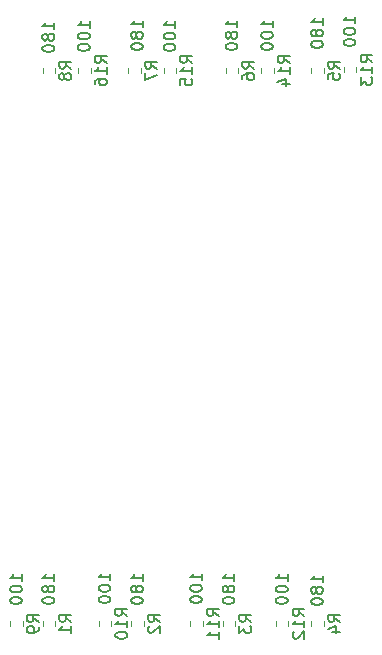
<source format=gbr>
%TF.GenerationSoftware,KiCad,Pcbnew,8.0.6*%
%TF.CreationDate,2024-11-18T08:59:04+03:30*%
%TF.ProjectId,DotMatrix,446f744d-6174-4726-9978-2e6b69636164,rev?*%
%TF.SameCoordinates,Original*%
%TF.FileFunction,Legend,Bot*%
%TF.FilePolarity,Positive*%
%FSLAX46Y46*%
G04 Gerber Fmt 4.6, Leading zero omitted, Abs format (unit mm)*
G04 Created by KiCad (PCBNEW 8.0.6) date 2024-11-18 08:59:04*
%MOMM*%
%LPD*%
G01*
G04 APERTURE LIST*
%ADD10C,0.150000*%
%ADD11C,0.120000*%
G04 APERTURE END LIST*
D10*
X154134819Y-118658333D02*
X153658628Y-118325000D01*
X154134819Y-118086905D02*
X153134819Y-118086905D01*
X153134819Y-118086905D02*
X153134819Y-118467857D01*
X153134819Y-118467857D02*
X153182438Y-118563095D01*
X153182438Y-118563095D02*
X153230057Y-118610714D01*
X153230057Y-118610714D02*
X153325295Y-118658333D01*
X153325295Y-118658333D02*
X153468152Y-118658333D01*
X153468152Y-118658333D02*
X153563390Y-118610714D01*
X153563390Y-118610714D02*
X153611009Y-118563095D01*
X153611009Y-118563095D02*
X153658628Y-118467857D01*
X153658628Y-118467857D02*
X153658628Y-118086905D01*
X153468152Y-119515476D02*
X154134819Y-119515476D01*
X153087200Y-119277381D02*
X153801485Y-119039286D01*
X153801485Y-119039286D02*
X153801485Y-119658333D01*
X152704819Y-115333333D02*
X152704819Y-114761905D01*
X152704819Y-115047619D02*
X151704819Y-115047619D01*
X151704819Y-115047619D02*
X151847676Y-114952381D01*
X151847676Y-114952381D02*
X151942914Y-114857143D01*
X151942914Y-114857143D02*
X151990533Y-114761905D01*
X152133390Y-115904762D02*
X152085771Y-115809524D01*
X152085771Y-115809524D02*
X152038152Y-115761905D01*
X152038152Y-115761905D02*
X151942914Y-115714286D01*
X151942914Y-115714286D02*
X151895295Y-115714286D01*
X151895295Y-115714286D02*
X151800057Y-115761905D01*
X151800057Y-115761905D02*
X151752438Y-115809524D01*
X151752438Y-115809524D02*
X151704819Y-115904762D01*
X151704819Y-115904762D02*
X151704819Y-116095238D01*
X151704819Y-116095238D02*
X151752438Y-116190476D01*
X151752438Y-116190476D02*
X151800057Y-116238095D01*
X151800057Y-116238095D02*
X151895295Y-116285714D01*
X151895295Y-116285714D02*
X151942914Y-116285714D01*
X151942914Y-116285714D02*
X152038152Y-116238095D01*
X152038152Y-116238095D02*
X152085771Y-116190476D01*
X152085771Y-116190476D02*
X152133390Y-116095238D01*
X152133390Y-116095238D02*
X152133390Y-115904762D01*
X152133390Y-115904762D02*
X152181009Y-115809524D01*
X152181009Y-115809524D02*
X152228628Y-115761905D01*
X152228628Y-115761905D02*
X152323866Y-115714286D01*
X152323866Y-115714286D02*
X152514342Y-115714286D01*
X152514342Y-115714286D02*
X152609580Y-115761905D01*
X152609580Y-115761905D02*
X152657200Y-115809524D01*
X152657200Y-115809524D02*
X152704819Y-115904762D01*
X152704819Y-115904762D02*
X152704819Y-116095238D01*
X152704819Y-116095238D02*
X152657200Y-116190476D01*
X152657200Y-116190476D02*
X152609580Y-116238095D01*
X152609580Y-116238095D02*
X152514342Y-116285714D01*
X152514342Y-116285714D02*
X152323866Y-116285714D01*
X152323866Y-116285714D02*
X152228628Y-116238095D01*
X152228628Y-116238095D02*
X152181009Y-116190476D01*
X152181009Y-116190476D02*
X152133390Y-116095238D01*
X151704819Y-116904762D02*
X151704819Y-117000000D01*
X151704819Y-117000000D02*
X151752438Y-117095238D01*
X151752438Y-117095238D02*
X151800057Y-117142857D01*
X151800057Y-117142857D02*
X151895295Y-117190476D01*
X151895295Y-117190476D02*
X152085771Y-117238095D01*
X152085771Y-117238095D02*
X152323866Y-117238095D01*
X152323866Y-117238095D02*
X152514342Y-117190476D01*
X152514342Y-117190476D02*
X152609580Y-117142857D01*
X152609580Y-117142857D02*
X152657200Y-117095238D01*
X152657200Y-117095238D02*
X152704819Y-117000000D01*
X152704819Y-117000000D02*
X152704819Y-116904762D01*
X152704819Y-116904762D02*
X152657200Y-116809524D01*
X152657200Y-116809524D02*
X152609580Y-116761905D01*
X152609580Y-116761905D02*
X152514342Y-116714286D01*
X152514342Y-116714286D02*
X152323866Y-116666667D01*
X152323866Y-116666667D02*
X152085771Y-116666667D01*
X152085771Y-116666667D02*
X151895295Y-116714286D01*
X151895295Y-116714286D02*
X151800057Y-116761905D01*
X151800057Y-116761905D02*
X151752438Y-116809524D01*
X151752438Y-116809524D02*
X151704819Y-116904762D01*
X149884819Y-71357142D02*
X149408628Y-71023809D01*
X149884819Y-70785714D02*
X148884819Y-70785714D01*
X148884819Y-70785714D02*
X148884819Y-71166666D01*
X148884819Y-71166666D02*
X148932438Y-71261904D01*
X148932438Y-71261904D02*
X148980057Y-71309523D01*
X148980057Y-71309523D02*
X149075295Y-71357142D01*
X149075295Y-71357142D02*
X149218152Y-71357142D01*
X149218152Y-71357142D02*
X149313390Y-71309523D01*
X149313390Y-71309523D02*
X149361009Y-71261904D01*
X149361009Y-71261904D02*
X149408628Y-71166666D01*
X149408628Y-71166666D02*
X149408628Y-70785714D01*
X149884819Y-72309523D02*
X149884819Y-71738095D01*
X149884819Y-72023809D02*
X148884819Y-72023809D01*
X148884819Y-72023809D02*
X149027676Y-71928571D01*
X149027676Y-71928571D02*
X149122914Y-71833333D01*
X149122914Y-71833333D02*
X149170533Y-71738095D01*
X149218152Y-73166666D02*
X149884819Y-73166666D01*
X148837200Y-72928571D02*
X149551485Y-72690476D01*
X149551485Y-72690476D02*
X149551485Y-73309523D01*
X148454819Y-68333333D02*
X148454819Y-67761905D01*
X148454819Y-68047619D02*
X147454819Y-68047619D01*
X147454819Y-68047619D02*
X147597676Y-67952381D01*
X147597676Y-67952381D02*
X147692914Y-67857143D01*
X147692914Y-67857143D02*
X147740533Y-67761905D01*
X147454819Y-68952381D02*
X147454819Y-69047619D01*
X147454819Y-69047619D02*
X147502438Y-69142857D01*
X147502438Y-69142857D02*
X147550057Y-69190476D01*
X147550057Y-69190476D02*
X147645295Y-69238095D01*
X147645295Y-69238095D02*
X147835771Y-69285714D01*
X147835771Y-69285714D02*
X148073866Y-69285714D01*
X148073866Y-69285714D02*
X148264342Y-69238095D01*
X148264342Y-69238095D02*
X148359580Y-69190476D01*
X148359580Y-69190476D02*
X148407200Y-69142857D01*
X148407200Y-69142857D02*
X148454819Y-69047619D01*
X148454819Y-69047619D02*
X148454819Y-68952381D01*
X148454819Y-68952381D02*
X148407200Y-68857143D01*
X148407200Y-68857143D02*
X148359580Y-68809524D01*
X148359580Y-68809524D02*
X148264342Y-68761905D01*
X148264342Y-68761905D02*
X148073866Y-68714286D01*
X148073866Y-68714286D02*
X147835771Y-68714286D01*
X147835771Y-68714286D02*
X147645295Y-68761905D01*
X147645295Y-68761905D02*
X147550057Y-68809524D01*
X147550057Y-68809524D02*
X147502438Y-68857143D01*
X147502438Y-68857143D02*
X147454819Y-68952381D01*
X147454819Y-69904762D02*
X147454819Y-70000000D01*
X147454819Y-70000000D02*
X147502438Y-70095238D01*
X147502438Y-70095238D02*
X147550057Y-70142857D01*
X147550057Y-70142857D02*
X147645295Y-70190476D01*
X147645295Y-70190476D02*
X147835771Y-70238095D01*
X147835771Y-70238095D02*
X148073866Y-70238095D01*
X148073866Y-70238095D02*
X148264342Y-70190476D01*
X148264342Y-70190476D02*
X148359580Y-70142857D01*
X148359580Y-70142857D02*
X148407200Y-70095238D01*
X148407200Y-70095238D02*
X148454819Y-70000000D01*
X148454819Y-70000000D02*
X148454819Y-69904762D01*
X148454819Y-69904762D02*
X148407200Y-69809524D01*
X148407200Y-69809524D02*
X148359580Y-69761905D01*
X148359580Y-69761905D02*
X148264342Y-69714286D01*
X148264342Y-69714286D02*
X148073866Y-69666667D01*
X148073866Y-69666667D02*
X147835771Y-69666667D01*
X147835771Y-69666667D02*
X147645295Y-69714286D01*
X147645295Y-69714286D02*
X147550057Y-69761905D01*
X147550057Y-69761905D02*
X147502438Y-69809524D01*
X147502438Y-69809524D02*
X147454819Y-69904762D01*
X131384819Y-71833333D02*
X130908628Y-71500000D01*
X131384819Y-71261905D02*
X130384819Y-71261905D01*
X130384819Y-71261905D02*
X130384819Y-71642857D01*
X130384819Y-71642857D02*
X130432438Y-71738095D01*
X130432438Y-71738095D02*
X130480057Y-71785714D01*
X130480057Y-71785714D02*
X130575295Y-71833333D01*
X130575295Y-71833333D02*
X130718152Y-71833333D01*
X130718152Y-71833333D02*
X130813390Y-71785714D01*
X130813390Y-71785714D02*
X130861009Y-71738095D01*
X130861009Y-71738095D02*
X130908628Y-71642857D01*
X130908628Y-71642857D02*
X130908628Y-71261905D01*
X130813390Y-72404762D02*
X130765771Y-72309524D01*
X130765771Y-72309524D02*
X130718152Y-72261905D01*
X130718152Y-72261905D02*
X130622914Y-72214286D01*
X130622914Y-72214286D02*
X130575295Y-72214286D01*
X130575295Y-72214286D02*
X130480057Y-72261905D01*
X130480057Y-72261905D02*
X130432438Y-72309524D01*
X130432438Y-72309524D02*
X130384819Y-72404762D01*
X130384819Y-72404762D02*
X130384819Y-72595238D01*
X130384819Y-72595238D02*
X130432438Y-72690476D01*
X130432438Y-72690476D02*
X130480057Y-72738095D01*
X130480057Y-72738095D02*
X130575295Y-72785714D01*
X130575295Y-72785714D02*
X130622914Y-72785714D01*
X130622914Y-72785714D02*
X130718152Y-72738095D01*
X130718152Y-72738095D02*
X130765771Y-72690476D01*
X130765771Y-72690476D02*
X130813390Y-72595238D01*
X130813390Y-72595238D02*
X130813390Y-72404762D01*
X130813390Y-72404762D02*
X130861009Y-72309524D01*
X130861009Y-72309524D02*
X130908628Y-72261905D01*
X130908628Y-72261905D02*
X131003866Y-72214286D01*
X131003866Y-72214286D02*
X131194342Y-72214286D01*
X131194342Y-72214286D02*
X131289580Y-72261905D01*
X131289580Y-72261905D02*
X131337200Y-72309524D01*
X131337200Y-72309524D02*
X131384819Y-72404762D01*
X131384819Y-72404762D02*
X131384819Y-72595238D01*
X131384819Y-72595238D02*
X131337200Y-72690476D01*
X131337200Y-72690476D02*
X131289580Y-72738095D01*
X131289580Y-72738095D02*
X131194342Y-72785714D01*
X131194342Y-72785714D02*
X131003866Y-72785714D01*
X131003866Y-72785714D02*
X130908628Y-72738095D01*
X130908628Y-72738095D02*
X130861009Y-72690476D01*
X130861009Y-72690476D02*
X130813390Y-72595238D01*
X129954819Y-68508333D02*
X129954819Y-67936905D01*
X129954819Y-68222619D02*
X128954819Y-68222619D01*
X128954819Y-68222619D02*
X129097676Y-68127381D01*
X129097676Y-68127381D02*
X129192914Y-68032143D01*
X129192914Y-68032143D02*
X129240533Y-67936905D01*
X129383390Y-69079762D02*
X129335771Y-68984524D01*
X129335771Y-68984524D02*
X129288152Y-68936905D01*
X129288152Y-68936905D02*
X129192914Y-68889286D01*
X129192914Y-68889286D02*
X129145295Y-68889286D01*
X129145295Y-68889286D02*
X129050057Y-68936905D01*
X129050057Y-68936905D02*
X129002438Y-68984524D01*
X129002438Y-68984524D02*
X128954819Y-69079762D01*
X128954819Y-69079762D02*
X128954819Y-69270238D01*
X128954819Y-69270238D02*
X129002438Y-69365476D01*
X129002438Y-69365476D02*
X129050057Y-69413095D01*
X129050057Y-69413095D02*
X129145295Y-69460714D01*
X129145295Y-69460714D02*
X129192914Y-69460714D01*
X129192914Y-69460714D02*
X129288152Y-69413095D01*
X129288152Y-69413095D02*
X129335771Y-69365476D01*
X129335771Y-69365476D02*
X129383390Y-69270238D01*
X129383390Y-69270238D02*
X129383390Y-69079762D01*
X129383390Y-69079762D02*
X129431009Y-68984524D01*
X129431009Y-68984524D02*
X129478628Y-68936905D01*
X129478628Y-68936905D02*
X129573866Y-68889286D01*
X129573866Y-68889286D02*
X129764342Y-68889286D01*
X129764342Y-68889286D02*
X129859580Y-68936905D01*
X129859580Y-68936905D02*
X129907200Y-68984524D01*
X129907200Y-68984524D02*
X129954819Y-69079762D01*
X129954819Y-69079762D02*
X129954819Y-69270238D01*
X129954819Y-69270238D02*
X129907200Y-69365476D01*
X129907200Y-69365476D02*
X129859580Y-69413095D01*
X129859580Y-69413095D02*
X129764342Y-69460714D01*
X129764342Y-69460714D02*
X129573866Y-69460714D01*
X129573866Y-69460714D02*
X129478628Y-69413095D01*
X129478628Y-69413095D02*
X129431009Y-69365476D01*
X129431009Y-69365476D02*
X129383390Y-69270238D01*
X128954819Y-70079762D02*
X128954819Y-70175000D01*
X128954819Y-70175000D02*
X129002438Y-70270238D01*
X129002438Y-70270238D02*
X129050057Y-70317857D01*
X129050057Y-70317857D02*
X129145295Y-70365476D01*
X129145295Y-70365476D02*
X129335771Y-70413095D01*
X129335771Y-70413095D02*
X129573866Y-70413095D01*
X129573866Y-70413095D02*
X129764342Y-70365476D01*
X129764342Y-70365476D02*
X129859580Y-70317857D01*
X129859580Y-70317857D02*
X129907200Y-70270238D01*
X129907200Y-70270238D02*
X129954819Y-70175000D01*
X129954819Y-70175000D02*
X129954819Y-70079762D01*
X129954819Y-70079762D02*
X129907200Y-69984524D01*
X129907200Y-69984524D02*
X129859580Y-69936905D01*
X129859580Y-69936905D02*
X129764342Y-69889286D01*
X129764342Y-69889286D02*
X129573866Y-69841667D01*
X129573866Y-69841667D02*
X129335771Y-69841667D01*
X129335771Y-69841667D02*
X129145295Y-69889286D01*
X129145295Y-69889286D02*
X129050057Y-69936905D01*
X129050057Y-69936905D02*
X129002438Y-69984524D01*
X129002438Y-69984524D02*
X128954819Y-70079762D01*
X138884819Y-118658333D02*
X138408628Y-118325000D01*
X138884819Y-118086905D02*
X137884819Y-118086905D01*
X137884819Y-118086905D02*
X137884819Y-118467857D01*
X137884819Y-118467857D02*
X137932438Y-118563095D01*
X137932438Y-118563095D02*
X137980057Y-118610714D01*
X137980057Y-118610714D02*
X138075295Y-118658333D01*
X138075295Y-118658333D02*
X138218152Y-118658333D01*
X138218152Y-118658333D02*
X138313390Y-118610714D01*
X138313390Y-118610714D02*
X138361009Y-118563095D01*
X138361009Y-118563095D02*
X138408628Y-118467857D01*
X138408628Y-118467857D02*
X138408628Y-118086905D01*
X137980057Y-119039286D02*
X137932438Y-119086905D01*
X137932438Y-119086905D02*
X137884819Y-119182143D01*
X137884819Y-119182143D02*
X137884819Y-119420238D01*
X137884819Y-119420238D02*
X137932438Y-119515476D01*
X137932438Y-119515476D02*
X137980057Y-119563095D01*
X137980057Y-119563095D02*
X138075295Y-119610714D01*
X138075295Y-119610714D02*
X138170533Y-119610714D01*
X138170533Y-119610714D02*
X138313390Y-119563095D01*
X138313390Y-119563095D02*
X138884819Y-118991667D01*
X138884819Y-118991667D02*
X138884819Y-119610714D01*
X137454819Y-115233333D02*
X137454819Y-114661905D01*
X137454819Y-114947619D02*
X136454819Y-114947619D01*
X136454819Y-114947619D02*
X136597676Y-114852381D01*
X136597676Y-114852381D02*
X136692914Y-114757143D01*
X136692914Y-114757143D02*
X136740533Y-114661905D01*
X136883390Y-115804762D02*
X136835771Y-115709524D01*
X136835771Y-115709524D02*
X136788152Y-115661905D01*
X136788152Y-115661905D02*
X136692914Y-115614286D01*
X136692914Y-115614286D02*
X136645295Y-115614286D01*
X136645295Y-115614286D02*
X136550057Y-115661905D01*
X136550057Y-115661905D02*
X136502438Y-115709524D01*
X136502438Y-115709524D02*
X136454819Y-115804762D01*
X136454819Y-115804762D02*
X136454819Y-115995238D01*
X136454819Y-115995238D02*
X136502438Y-116090476D01*
X136502438Y-116090476D02*
X136550057Y-116138095D01*
X136550057Y-116138095D02*
X136645295Y-116185714D01*
X136645295Y-116185714D02*
X136692914Y-116185714D01*
X136692914Y-116185714D02*
X136788152Y-116138095D01*
X136788152Y-116138095D02*
X136835771Y-116090476D01*
X136835771Y-116090476D02*
X136883390Y-115995238D01*
X136883390Y-115995238D02*
X136883390Y-115804762D01*
X136883390Y-115804762D02*
X136931009Y-115709524D01*
X136931009Y-115709524D02*
X136978628Y-115661905D01*
X136978628Y-115661905D02*
X137073866Y-115614286D01*
X137073866Y-115614286D02*
X137264342Y-115614286D01*
X137264342Y-115614286D02*
X137359580Y-115661905D01*
X137359580Y-115661905D02*
X137407200Y-115709524D01*
X137407200Y-115709524D02*
X137454819Y-115804762D01*
X137454819Y-115804762D02*
X137454819Y-115995238D01*
X137454819Y-115995238D02*
X137407200Y-116090476D01*
X137407200Y-116090476D02*
X137359580Y-116138095D01*
X137359580Y-116138095D02*
X137264342Y-116185714D01*
X137264342Y-116185714D02*
X137073866Y-116185714D01*
X137073866Y-116185714D02*
X136978628Y-116138095D01*
X136978628Y-116138095D02*
X136931009Y-116090476D01*
X136931009Y-116090476D02*
X136883390Y-115995238D01*
X136454819Y-116804762D02*
X136454819Y-116900000D01*
X136454819Y-116900000D02*
X136502438Y-116995238D01*
X136502438Y-116995238D02*
X136550057Y-117042857D01*
X136550057Y-117042857D02*
X136645295Y-117090476D01*
X136645295Y-117090476D02*
X136835771Y-117138095D01*
X136835771Y-117138095D02*
X137073866Y-117138095D01*
X137073866Y-117138095D02*
X137264342Y-117090476D01*
X137264342Y-117090476D02*
X137359580Y-117042857D01*
X137359580Y-117042857D02*
X137407200Y-116995238D01*
X137407200Y-116995238D02*
X137454819Y-116900000D01*
X137454819Y-116900000D02*
X137454819Y-116804762D01*
X137454819Y-116804762D02*
X137407200Y-116709524D01*
X137407200Y-116709524D02*
X137359580Y-116661905D01*
X137359580Y-116661905D02*
X137264342Y-116614286D01*
X137264342Y-116614286D02*
X137073866Y-116566667D01*
X137073866Y-116566667D02*
X136835771Y-116566667D01*
X136835771Y-116566667D02*
X136645295Y-116614286D01*
X136645295Y-116614286D02*
X136550057Y-116661905D01*
X136550057Y-116661905D02*
X136502438Y-116709524D01*
X136502438Y-116709524D02*
X136454819Y-116804762D01*
X131384819Y-118658333D02*
X130908628Y-118325000D01*
X131384819Y-118086905D02*
X130384819Y-118086905D01*
X130384819Y-118086905D02*
X130384819Y-118467857D01*
X130384819Y-118467857D02*
X130432438Y-118563095D01*
X130432438Y-118563095D02*
X130480057Y-118610714D01*
X130480057Y-118610714D02*
X130575295Y-118658333D01*
X130575295Y-118658333D02*
X130718152Y-118658333D01*
X130718152Y-118658333D02*
X130813390Y-118610714D01*
X130813390Y-118610714D02*
X130861009Y-118563095D01*
X130861009Y-118563095D02*
X130908628Y-118467857D01*
X130908628Y-118467857D02*
X130908628Y-118086905D01*
X131384819Y-119610714D02*
X131384819Y-119039286D01*
X131384819Y-119325000D02*
X130384819Y-119325000D01*
X130384819Y-119325000D02*
X130527676Y-119229762D01*
X130527676Y-119229762D02*
X130622914Y-119134524D01*
X130622914Y-119134524D02*
X130670533Y-119039286D01*
X129954819Y-115233333D02*
X129954819Y-114661905D01*
X129954819Y-114947619D02*
X128954819Y-114947619D01*
X128954819Y-114947619D02*
X129097676Y-114852381D01*
X129097676Y-114852381D02*
X129192914Y-114757143D01*
X129192914Y-114757143D02*
X129240533Y-114661905D01*
X129383390Y-115804762D02*
X129335771Y-115709524D01*
X129335771Y-115709524D02*
X129288152Y-115661905D01*
X129288152Y-115661905D02*
X129192914Y-115614286D01*
X129192914Y-115614286D02*
X129145295Y-115614286D01*
X129145295Y-115614286D02*
X129050057Y-115661905D01*
X129050057Y-115661905D02*
X129002438Y-115709524D01*
X129002438Y-115709524D02*
X128954819Y-115804762D01*
X128954819Y-115804762D02*
X128954819Y-115995238D01*
X128954819Y-115995238D02*
X129002438Y-116090476D01*
X129002438Y-116090476D02*
X129050057Y-116138095D01*
X129050057Y-116138095D02*
X129145295Y-116185714D01*
X129145295Y-116185714D02*
X129192914Y-116185714D01*
X129192914Y-116185714D02*
X129288152Y-116138095D01*
X129288152Y-116138095D02*
X129335771Y-116090476D01*
X129335771Y-116090476D02*
X129383390Y-115995238D01*
X129383390Y-115995238D02*
X129383390Y-115804762D01*
X129383390Y-115804762D02*
X129431009Y-115709524D01*
X129431009Y-115709524D02*
X129478628Y-115661905D01*
X129478628Y-115661905D02*
X129573866Y-115614286D01*
X129573866Y-115614286D02*
X129764342Y-115614286D01*
X129764342Y-115614286D02*
X129859580Y-115661905D01*
X129859580Y-115661905D02*
X129907200Y-115709524D01*
X129907200Y-115709524D02*
X129954819Y-115804762D01*
X129954819Y-115804762D02*
X129954819Y-115995238D01*
X129954819Y-115995238D02*
X129907200Y-116090476D01*
X129907200Y-116090476D02*
X129859580Y-116138095D01*
X129859580Y-116138095D02*
X129764342Y-116185714D01*
X129764342Y-116185714D02*
X129573866Y-116185714D01*
X129573866Y-116185714D02*
X129478628Y-116138095D01*
X129478628Y-116138095D02*
X129431009Y-116090476D01*
X129431009Y-116090476D02*
X129383390Y-115995238D01*
X128954819Y-116804762D02*
X128954819Y-116900000D01*
X128954819Y-116900000D02*
X129002438Y-116995238D01*
X129002438Y-116995238D02*
X129050057Y-117042857D01*
X129050057Y-117042857D02*
X129145295Y-117090476D01*
X129145295Y-117090476D02*
X129335771Y-117138095D01*
X129335771Y-117138095D02*
X129573866Y-117138095D01*
X129573866Y-117138095D02*
X129764342Y-117090476D01*
X129764342Y-117090476D02*
X129859580Y-117042857D01*
X129859580Y-117042857D02*
X129907200Y-116995238D01*
X129907200Y-116995238D02*
X129954819Y-116900000D01*
X129954819Y-116900000D02*
X129954819Y-116804762D01*
X129954819Y-116804762D02*
X129907200Y-116709524D01*
X129907200Y-116709524D02*
X129859580Y-116661905D01*
X129859580Y-116661905D02*
X129764342Y-116614286D01*
X129764342Y-116614286D02*
X129573866Y-116566667D01*
X129573866Y-116566667D02*
X129335771Y-116566667D01*
X129335771Y-116566667D02*
X129145295Y-116614286D01*
X129145295Y-116614286D02*
X129050057Y-116661905D01*
X129050057Y-116661905D02*
X129002438Y-116709524D01*
X129002438Y-116709524D02*
X128954819Y-116804762D01*
X138634819Y-71833333D02*
X138158628Y-71500000D01*
X138634819Y-71261905D02*
X137634819Y-71261905D01*
X137634819Y-71261905D02*
X137634819Y-71642857D01*
X137634819Y-71642857D02*
X137682438Y-71738095D01*
X137682438Y-71738095D02*
X137730057Y-71785714D01*
X137730057Y-71785714D02*
X137825295Y-71833333D01*
X137825295Y-71833333D02*
X137968152Y-71833333D01*
X137968152Y-71833333D02*
X138063390Y-71785714D01*
X138063390Y-71785714D02*
X138111009Y-71738095D01*
X138111009Y-71738095D02*
X138158628Y-71642857D01*
X138158628Y-71642857D02*
X138158628Y-71261905D01*
X137634819Y-72166667D02*
X137634819Y-72833333D01*
X137634819Y-72833333D02*
X138634819Y-72404762D01*
X137454819Y-68333333D02*
X137454819Y-67761905D01*
X137454819Y-68047619D02*
X136454819Y-68047619D01*
X136454819Y-68047619D02*
X136597676Y-67952381D01*
X136597676Y-67952381D02*
X136692914Y-67857143D01*
X136692914Y-67857143D02*
X136740533Y-67761905D01*
X136883390Y-68904762D02*
X136835771Y-68809524D01*
X136835771Y-68809524D02*
X136788152Y-68761905D01*
X136788152Y-68761905D02*
X136692914Y-68714286D01*
X136692914Y-68714286D02*
X136645295Y-68714286D01*
X136645295Y-68714286D02*
X136550057Y-68761905D01*
X136550057Y-68761905D02*
X136502438Y-68809524D01*
X136502438Y-68809524D02*
X136454819Y-68904762D01*
X136454819Y-68904762D02*
X136454819Y-69095238D01*
X136454819Y-69095238D02*
X136502438Y-69190476D01*
X136502438Y-69190476D02*
X136550057Y-69238095D01*
X136550057Y-69238095D02*
X136645295Y-69285714D01*
X136645295Y-69285714D02*
X136692914Y-69285714D01*
X136692914Y-69285714D02*
X136788152Y-69238095D01*
X136788152Y-69238095D02*
X136835771Y-69190476D01*
X136835771Y-69190476D02*
X136883390Y-69095238D01*
X136883390Y-69095238D02*
X136883390Y-68904762D01*
X136883390Y-68904762D02*
X136931009Y-68809524D01*
X136931009Y-68809524D02*
X136978628Y-68761905D01*
X136978628Y-68761905D02*
X137073866Y-68714286D01*
X137073866Y-68714286D02*
X137264342Y-68714286D01*
X137264342Y-68714286D02*
X137359580Y-68761905D01*
X137359580Y-68761905D02*
X137407200Y-68809524D01*
X137407200Y-68809524D02*
X137454819Y-68904762D01*
X137454819Y-68904762D02*
X137454819Y-69095238D01*
X137454819Y-69095238D02*
X137407200Y-69190476D01*
X137407200Y-69190476D02*
X137359580Y-69238095D01*
X137359580Y-69238095D02*
X137264342Y-69285714D01*
X137264342Y-69285714D02*
X137073866Y-69285714D01*
X137073866Y-69285714D02*
X136978628Y-69238095D01*
X136978628Y-69238095D02*
X136931009Y-69190476D01*
X136931009Y-69190476D02*
X136883390Y-69095238D01*
X136454819Y-69904762D02*
X136454819Y-70000000D01*
X136454819Y-70000000D02*
X136502438Y-70095238D01*
X136502438Y-70095238D02*
X136550057Y-70142857D01*
X136550057Y-70142857D02*
X136645295Y-70190476D01*
X136645295Y-70190476D02*
X136835771Y-70238095D01*
X136835771Y-70238095D02*
X137073866Y-70238095D01*
X137073866Y-70238095D02*
X137264342Y-70190476D01*
X137264342Y-70190476D02*
X137359580Y-70142857D01*
X137359580Y-70142857D02*
X137407200Y-70095238D01*
X137407200Y-70095238D02*
X137454819Y-70000000D01*
X137454819Y-70000000D02*
X137454819Y-69904762D01*
X137454819Y-69904762D02*
X137407200Y-69809524D01*
X137407200Y-69809524D02*
X137359580Y-69761905D01*
X137359580Y-69761905D02*
X137264342Y-69714286D01*
X137264342Y-69714286D02*
X137073866Y-69666667D01*
X137073866Y-69666667D02*
X136835771Y-69666667D01*
X136835771Y-69666667D02*
X136645295Y-69714286D01*
X136645295Y-69714286D02*
X136550057Y-69761905D01*
X136550057Y-69761905D02*
X136502438Y-69809524D01*
X136502438Y-69809524D02*
X136454819Y-69904762D01*
X146634819Y-118658333D02*
X146158628Y-118325000D01*
X146634819Y-118086905D02*
X145634819Y-118086905D01*
X145634819Y-118086905D02*
X145634819Y-118467857D01*
X145634819Y-118467857D02*
X145682438Y-118563095D01*
X145682438Y-118563095D02*
X145730057Y-118610714D01*
X145730057Y-118610714D02*
X145825295Y-118658333D01*
X145825295Y-118658333D02*
X145968152Y-118658333D01*
X145968152Y-118658333D02*
X146063390Y-118610714D01*
X146063390Y-118610714D02*
X146111009Y-118563095D01*
X146111009Y-118563095D02*
X146158628Y-118467857D01*
X146158628Y-118467857D02*
X146158628Y-118086905D01*
X145634819Y-118991667D02*
X145634819Y-119610714D01*
X145634819Y-119610714D02*
X146015771Y-119277381D01*
X146015771Y-119277381D02*
X146015771Y-119420238D01*
X146015771Y-119420238D02*
X146063390Y-119515476D01*
X146063390Y-119515476D02*
X146111009Y-119563095D01*
X146111009Y-119563095D02*
X146206247Y-119610714D01*
X146206247Y-119610714D02*
X146444342Y-119610714D01*
X146444342Y-119610714D02*
X146539580Y-119563095D01*
X146539580Y-119563095D02*
X146587200Y-119515476D01*
X146587200Y-119515476D02*
X146634819Y-119420238D01*
X146634819Y-119420238D02*
X146634819Y-119134524D01*
X146634819Y-119134524D02*
X146587200Y-119039286D01*
X146587200Y-119039286D02*
X146539580Y-118991667D01*
X145204819Y-115233333D02*
X145204819Y-114661905D01*
X145204819Y-114947619D02*
X144204819Y-114947619D01*
X144204819Y-114947619D02*
X144347676Y-114852381D01*
X144347676Y-114852381D02*
X144442914Y-114757143D01*
X144442914Y-114757143D02*
X144490533Y-114661905D01*
X144633390Y-115804762D02*
X144585771Y-115709524D01*
X144585771Y-115709524D02*
X144538152Y-115661905D01*
X144538152Y-115661905D02*
X144442914Y-115614286D01*
X144442914Y-115614286D02*
X144395295Y-115614286D01*
X144395295Y-115614286D02*
X144300057Y-115661905D01*
X144300057Y-115661905D02*
X144252438Y-115709524D01*
X144252438Y-115709524D02*
X144204819Y-115804762D01*
X144204819Y-115804762D02*
X144204819Y-115995238D01*
X144204819Y-115995238D02*
X144252438Y-116090476D01*
X144252438Y-116090476D02*
X144300057Y-116138095D01*
X144300057Y-116138095D02*
X144395295Y-116185714D01*
X144395295Y-116185714D02*
X144442914Y-116185714D01*
X144442914Y-116185714D02*
X144538152Y-116138095D01*
X144538152Y-116138095D02*
X144585771Y-116090476D01*
X144585771Y-116090476D02*
X144633390Y-115995238D01*
X144633390Y-115995238D02*
X144633390Y-115804762D01*
X144633390Y-115804762D02*
X144681009Y-115709524D01*
X144681009Y-115709524D02*
X144728628Y-115661905D01*
X144728628Y-115661905D02*
X144823866Y-115614286D01*
X144823866Y-115614286D02*
X145014342Y-115614286D01*
X145014342Y-115614286D02*
X145109580Y-115661905D01*
X145109580Y-115661905D02*
X145157200Y-115709524D01*
X145157200Y-115709524D02*
X145204819Y-115804762D01*
X145204819Y-115804762D02*
X145204819Y-115995238D01*
X145204819Y-115995238D02*
X145157200Y-116090476D01*
X145157200Y-116090476D02*
X145109580Y-116138095D01*
X145109580Y-116138095D02*
X145014342Y-116185714D01*
X145014342Y-116185714D02*
X144823866Y-116185714D01*
X144823866Y-116185714D02*
X144728628Y-116138095D01*
X144728628Y-116138095D02*
X144681009Y-116090476D01*
X144681009Y-116090476D02*
X144633390Y-115995238D01*
X144204819Y-116804762D02*
X144204819Y-116900000D01*
X144204819Y-116900000D02*
X144252438Y-116995238D01*
X144252438Y-116995238D02*
X144300057Y-117042857D01*
X144300057Y-117042857D02*
X144395295Y-117090476D01*
X144395295Y-117090476D02*
X144585771Y-117138095D01*
X144585771Y-117138095D02*
X144823866Y-117138095D01*
X144823866Y-117138095D02*
X145014342Y-117090476D01*
X145014342Y-117090476D02*
X145109580Y-117042857D01*
X145109580Y-117042857D02*
X145157200Y-116995238D01*
X145157200Y-116995238D02*
X145204819Y-116900000D01*
X145204819Y-116900000D02*
X145204819Y-116804762D01*
X145204819Y-116804762D02*
X145157200Y-116709524D01*
X145157200Y-116709524D02*
X145109580Y-116661905D01*
X145109580Y-116661905D02*
X145014342Y-116614286D01*
X145014342Y-116614286D02*
X144823866Y-116566667D01*
X144823866Y-116566667D02*
X144585771Y-116566667D01*
X144585771Y-116566667D02*
X144395295Y-116614286D01*
X144395295Y-116614286D02*
X144300057Y-116661905D01*
X144300057Y-116661905D02*
X144252438Y-116709524D01*
X144252438Y-116709524D02*
X144204819Y-116804762D01*
X146884819Y-71833333D02*
X146408628Y-71500000D01*
X146884819Y-71261905D02*
X145884819Y-71261905D01*
X145884819Y-71261905D02*
X145884819Y-71642857D01*
X145884819Y-71642857D02*
X145932438Y-71738095D01*
X145932438Y-71738095D02*
X145980057Y-71785714D01*
X145980057Y-71785714D02*
X146075295Y-71833333D01*
X146075295Y-71833333D02*
X146218152Y-71833333D01*
X146218152Y-71833333D02*
X146313390Y-71785714D01*
X146313390Y-71785714D02*
X146361009Y-71738095D01*
X146361009Y-71738095D02*
X146408628Y-71642857D01*
X146408628Y-71642857D02*
X146408628Y-71261905D01*
X145884819Y-72690476D02*
X145884819Y-72500000D01*
X145884819Y-72500000D02*
X145932438Y-72404762D01*
X145932438Y-72404762D02*
X145980057Y-72357143D01*
X145980057Y-72357143D02*
X146122914Y-72261905D01*
X146122914Y-72261905D02*
X146313390Y-72214286D01*
X146313390Y-72214286D02*
X146694342Y-72214286D01*
X146694342Y-72214286D02*
X146789580Y-72261905D01*
X146789580Y-72261905D02*
X146837200Y-72309524D01*
X146837200Y-72309524D02*
X146884819Y-72404762D01*
X146884819Y-72404762D02*
X146884819Y-72595238D01*
X146884819Y-72595238D02*
X146837200Y-72690476D01*
X146837200Y-72690476D02*
X146789580Y-72738095D01*
X146789580Y-72738095D02*
X146694342Y-72785714D01*
X146694342Y-72785714D02*
X146456247Y-72785714D01*
X146456247Y-72785714D02*
X146361009Y-72738095D01*
X146361009Y-72738095D02*
X146313390Y-72690476D01*
X146313390Y-72690476D02*
X146265771Y-72595238D01*
X146265771Y-72595238D02*
X146265771Y-72404762D01*
X146265771Y-72404762D02*
X146313390Y-72309524D01*
X146313390Y-72309524D02*
X146361009Y-72261905D01*
X146361009Y-72261905D02*
X146456247Y-72214286D01*
X145454819Y-68333333D02*
X145454819Y-67761905D01*
X145454819Y-68047619D02*
X144454819Y-68047619D01*
X144454819Y-68047619D02*
X144597676Y-67952381D01*
X144597676Y-67952381D02*
X144692914Y-67857143D01*
X144692914Y-67857143D02*
X144740533Y-67761905D01*
X144883390Y-68904762D02*
X144835771Y-68809524D01*
X144835771Y-68809524D02*
X144788152Y-68761905D01*
X144788152Y-68761905D02*
X144692914Y-68714286D01*
X144692914Y-68714286D02*
X144645295Y-68714286D01*
X144645295Y-68714286D02*
X144550057Y-68761905D01*
X144550057Y-68761905D02*
X144502438Y-68809524D01*
X144502438Y-68809524D02*
X144454819Y-68904762D01*
X144454819Y-68904762D02*
X144454819Y-69095238D01*
X144454819Y-69095238D02*
X144502438Y-69190476D01*
X144502438Y-69190476D02*
X144550057Y-69238095D01*
X144550057Y-69238095D02*
X144645295Y-69285714D01*
X144645295Y-69285714D02*
X144692914Y-69285714D01*
X144692914Y-69285714D02*
X144788152Y-69238095D01*
X144788152Y-69238095D02*
X144835771Y-69190476D01*
X144835771Y-69190476D02*
X144883390Y-69095238D01*
X144883390Y-69095238D02*
X144883390Y-68904762D01*
X144883390Y-68904762D02*
X144931009Y-68809524D01*
X144931009Y-68809524D02*
X144978628Y-68761905D01*
X144978628Y-68761905D02*
X145073866Y-68714286D01*
X145073866Y-68714286D02*
X145264342Y-68714286D01*
X145264342Y-68714286D02*
X145359580Y-68761905D01*
X145359580Y-68761905D02*
X145407200Y-68809524D01*
X145407200Y-68809524D02*
X145454819Y-68904762D01*
X145454819Y-68904762D02*
X145454819Y-69095238D01*
X145454819Y-69095238D02*
X145407200Y-69190476D01*
X145407200Y-69190476D02*
X145359580Y-69238095D01*
X145359580Y-69238095D02*
X145264342Y-69285714D01*
X145264342Y-69285714D02*
X145073866Y-69285714D01*
X145073866Y-69285714D02*
X144978628Y-69238095D01*
X144978628Y-69238095D02*
X144931009Y-69190476D01*
X144931009Y-69190476D02*
X144883390Y-69095238D01*
X144454819Y-69904762D02*
X144454819Y-70000000D01*
X144454819Y-70000000D02*
X144502438Y-70095238D01*
X144502438Y-70095238D02*
X144550057Y-70142857D01*
X144550057Y-70142857D02*
X144645295Y-70190476D01*
X144645295Y-70190476D02*
X144835771Y-70238095D01*
X144835771Y-70238095D02*
X145073866Y-70238095D01*
X145073866Y-70238095D02*
X145264342Y-70190476D01*
X145264342Y-70190476D02*
X145359580Y-70142857D01*
X145359580Y-70142857D02*
X145407200Y-70095238D01*
X145407200Y-70095238D02*
X145454819Y-70000000D01*
X145454819Y-70000000D02*
X145454819Y-69904762D01*
X145454819Y-69904762D02*
X145407200Y-69809524D01*
X145407200Y-69809524D02*
X145359580Y-69761905D01*
X145359580Y-69761905D02*
X145264342Y-69714286D01*
X145264342Y-69714286D02*
X145073866Y-69666667D01*
X145073866Y-69666667D02*
X144835771Y-69666667D01*
X144835771Y-69666667D02*
X144645295Y-69714286D01*
X144645295Y-69714286D02*
X144550057Y-69761905D01*
X144550057Y-69761905D02*
X144502438Y-69809524D01*
X144502438Y-69809524D02*
X144454819Y-69904762D01*
X134384819Y-71357142D02*
X133908628Y-71023809D01*
X134384819Y-70785714D02*
X133384819Y-70785714D01*
X133384819Y-70785714D02*
X133384819Y-71166666D01*
X133384819Y-71166666D02*
X133432438Y-71261904D01*
X133432438Y-71261904D02*
X133480057Y-71309523D01*
X133480057Y-71309523D02*
X133575295Y-71357142D01*
X133575295Y-71357142D02*
X133718152Y-71357142D01*
X133718152Y-71357142D02*
X133813390Y-71309523D01*
X133813390Y-71309523D02*
X133861009Y-71261904D01*
X133861009Y-71261904D02*
X133908628Y-71166666D01*
X133908628Y-71166666D02*
X133908628Y-70785714D01*
X134384819Y-72309523D02*
X134384819Y-71738095D01*
X134384819Y-72023809D02*
X133384819Y-72023809D01*
X133384819Y-72023809D02*
X133527676Y-71928571D01*
X133527676Y-71928571D02*
X133622914Y-71833333D01*
X133622914Y-71833333D02*
X133670533Y-71738095D01*
X133384819Y-73166666D02*
X133384819Y-72976190D01*
X133384819Y-72976190D02*
X133432438Y-72880952D01*
X133432438Y-72880952D02*
X133480057Y-72833333D01*
X133480057Y-72833333D02*
X133622914Y-72738095D01*
X133622914Y-72738095D02*
X133813390Y-72690476D01*
X133813390Y-72690476D02*
X134194342Y-72690476D01*
X134194342Y-72690476D02*
X134289580Y-72738095D01*
X134289580Y-72738095D02*
X134337200Y-72785714D01*
X134337200Y-72785714D02*
X134384819Y-72880952D01*
X134384819Y-72880952D02*
X134384819Y-73071428D01*
X134384819Y-73071428D02*
X134337200Y-73166666D01*
X134337200Y-73166666D02*
X134289580Y-73214285D01*
X134289580Y-73214285D02*
X134194342Y-73261904D01*
X134194342Y-73261904D02*
X133956247Y-73261904D01*
X133956247Y-73261904D02*
X133861009Y-73214285D01*
X133861009Y-73214285D02*
X133813390Y-73166666D01*
X133813390Y-73166666D02*
X133765771Y-73071428D01*
X133765771Y-73071428D02*
X133765771Y-72880952D01*
X133765771Y-72880952D02*
X133813390Y-72785714D01*
X133813390Y-72785714D02*
X133861009Y-72738095D01*
X133861009Y-72738095D02*
X133956247Y-72690476D01*
X132954819Y-68408333D02*
X132954819Y-67836905D01*
X132954819Y-68122619D02*
X131954819Y-68122619D01*
X131954819Y-68122619D02*
X132097676Y-68027381D01*
X132097676Y-68027381D02*
X132192914Y-67932143D01*
X132192914Y-67932143D02*
X132240533Y-67836905D01*
X131954819Y-69027381D02*
X131954819Y-69122619D01*
X131954819Y-69122619D02*
X132002438Y-69217857D01*
X132002438Y-69217857D02*
X132050057Y-69265476D01*
X132050057Y-69265476D02*
X132145295Y-69313095D01*
X132145295Y-69313095D02*
X132335771Y-69360714D01*
X132335771Y-69360714D02*
X132573866Y-69360714D01*
X132573866Y-69360714D02*
X132764342Y-69313095D01*
X132764342Y-69313095D02*
X132859580Y-69265476D01*
X132859580Y-69265476D02*
X132907200Y-69217857D01*
X132907200Y-69217857D02*
X132954819Y-69122619D01*
X132954819Y-69122619D02*
X132954819Y-69027381D01*
X132954819Y-69027381D02*
X132907200Y-68932143D01*
X132907200Y-68932143D02*
X132859580Y-68884524D01*
X132859580Y-68884524D02*
X132764342Y-68836905D01*
X132764342Y-68836905D02*
X132573866Y-68789286D01*
X132573866Y-68789286D02*
X132335771Y-68789286D01*
X132335771Y-68789286D02*
X132145295Y-68836905D01*
X132145295Y-68836905D02*
X132050057Y-68884524D01*
X132050057Y-68884524D02*
X132002438Y-68932143D01*
X132002438Y-68932143D02*
X131954819Y-69027381D01*
X131954819Y-69979762D02*
X131954819Y-70075000D01*
X131954819Y-70075000D02*
X132002438Y-70170238D01*
X132002438Y-70170238D02*
X132050057Y-70217857D01*
X132050057Y-70217857D02*
X132145295Y-70265476D01*
X132145295Y-70265476D02*
X132335771Y-70313095D01*
X132335771Y-70313095D02*
X132573866Y-70313095D01*
X132573866Y-70313095D02*
X132764342Y-70265476D01*
X132764342Y-70265476D02*
X132859580Y-70217857D01*
X132859580Y-70217857D02*
X132907200Y-70170238D01*
X132907200Y-70170238D02*
X132954819Y-70075000D01*
X132954819Y-70075000D02*
X132954819Y-69979762D01*
X132954819Y-69979762D02*
X132907200Y-69884524D01*
X132907200Y-69884524D02*
X132859580Y-69836905D01*
X132859580Y-69836905D02*
X132764342Y-69789286D01*
X132764342Y-69789286D02*
X132573866Y-69741667D01*
X132573866Y-69741667D02*
X132335771Y-69741667D01*
X132335771Y-69741667D02*
X132145295Y-69789286D01*
X132145295Y-69789286D02*
X132050057Y-69836905D01*
X132050057Y-69836905D02*
X132002438Y-69884524D01*
X132002438Y-69884524D02*
X131954819Y-69979762D01*
X154134819Y-71833333D02*
X153658628Y-71500000D01*
X154134819Y-71261905D02*
X153134819Y-71261905D01*
X153134819Y-71261905D02*
X153134819Y-71642857D01*
X153134819Y-71642857D02*
X153182438Y-71738095D01*
X153182438Y-71738095D02*
X153230057Y-71785714D01*
X153230057Y-71785714D02*
X153325295Y-71833333D01*
X153325295Y-71833333D02*
X153468152Y-71833333D01*
X153468152Y-71833333D02*
X153563390Y-71785714D01*
X153563390Y-71785714D02*
X153611009Y-71738095D01*
X153611009Y-71738095D02*
X153658628Y-71642857D01*
X153658628Y-71642857D02*
X153658628Y-71261905D01*
X153134819Y-72738095D02*
X153134819Y-72261905D01*
X153134819Y-72261905D02*
X153611009Y-72214286D01*
X153611009Y-72214286D02*
X153563390Y-72261905D01*
X153563390Y-72261905D02*
X153515771Y-72357143D01*
X153515771Y-72357143D02*
X153515771Y-72595238D01*
X153515771Y-72595238D02*
X153563390Y-72690476D01*
X153563390Y-72690476D02*
X153611009Y-72738095D01*
X153611009Y-72738095D02*
X153706247Y-72785714D01*
X153706247Y-72785714D02*
X153944342Y-72785714D01*
X153944342Y-72785714D02*
X154039580Y-72738095D01*
X154039580Y-72738095D02*
X154087200Y-72690476D01*
X154087200Y-72690476D02*
X154134819Y-72595238D01*
X154134819Y-72595238D02*
X154134819Y-72357143D01*
X154134819Y-72357143D02*
X154087200Y-72261905D01*
X154087200Y-72261905D02*
X154039580Y-72214286D01*
X152704819Y-68158333D02*
X152704819Y-67586905D01*
X152704819Y-67872619D02*
X151704819Y-67872619D01*
X151704819Y-67872619D02*
X151847676Y-67777381D01*
X151847676Y-67777381D02*
X151942914Y-67682143D01*
X151942914Y-67682143D02*
X151990533Y-67586905D01*
X152133390Y-68729762D02*
X152085771Y-68634524D01*
X152085771Y-68634524D02*
X152038152Y-68586905D01*
X152038152Y-68586905D02*
X151942914Y-68539286D01*
X151942914Y-68539286D02*
X151895295Y-68539286D01*
X151895295Y-68539286D02*
X151800057Y-68586905D01*
X151800057Y-68586905D02*
X151752438Y-68634524D01*
X151752438Y-68634524D02*
X151704819Y-68729762D01*
X151704819Y-68729762D02*
X151704819Y-68920238D01*
X151704819Y-68920238D02*
X151752438Y-69015476D01*
X151752438Y-69015476D02*
X151800057Y-69063095D01*
X151800057Y-69063095D02*
X151895295Y-69110714D01*
X151895295Y-69110714D02*
X151942914Y-69110714D01*
X151942914Y-69110714D02*
X152038152Y-69063095D01*
X152038152Y-69063095D02*
X152085771Y-69015476D01*
X152085771Y-69015476D02*
X152133390Y-68920238D01*
X152133390Y-68920238D02*
X152133390Y-68729762D01*
X152133390Y-68729762D02*
X152181009Y-68634524D01*
X152181009Y-68634524D02*
X152228628Y-68586905D01*
X152228628Y-68586905D02*
X152323866Y-68539286D01*
X152323866Y-68539286D02*
X152514342Y-68539286D01*
X152514342Y-68539286D02*
X152609580Y-68586905D01*
X152609580Y-68586905D02*
X152657200Y-68634524D01*
X152657200Y-68634524D02*
X152704819Y-68729762D01*
X152704819Y-68729762D02*
X152704819Y-68920238D01*
X152704819Y-68920238D02*
X152657200Y-69015476D01*
X152657200Y-69015476D02*
X152609580Y-69063095D01*
X152609580Y-69063095D02*
X152514342Y-69110714D01*
X152514342Y-69110714D02*
X152323866Y-69110714D01*
X152323866Y-69110714D02*
X152228628Y-69063095D01*
X152228628Y-69063095D02*
X152181009Y-69015476D01*
X152181009Y-69015476D02*
X152133390Y-68920238D01*
X151704819Y-69729762D02*
X151704819Y-69825000D01*
X151704819Y-69825000D02*
X151752438Y-69920238D01*
X151752438Y-69920238D02*
X151800057Y-69967857D01*
X151800057Y-69967857D02*
X151895295Y-70015476D01*
X151895295Y-70015476D02*
X152085771Y-70063095D01*
X152085771Y-70063095D02*
X152323866Y-70063095D01*
X152323866Y-70063095D02*
X152514342Y-70015476D01*
X152514342Y-70015476D02*
X152609580Y-69967857D01*
X152609580Y-69967857D02*
X152657200Y-69920238D01*
X152657200Y-69920238D02*
X152704819Y-69825000D01*
X152704819Y-69825000D02*
X152704819Y-69729762D01*
X152704819Y-69729762D02*
X152657200Y-69634524D01*
X152657200Y-69634524D02*
X152609580Y-69586905D01*
X152609580Y-69586905D02*
X152514342Y-69539286D01*
X152514342Y-69539286D02*
X152323866Y-69491667D01*
X152323866Y-69491667D02*
X152085771Y-69491667D01*
X152085771Y-69491667D02*
X151895295Y-69539286D01*
X151895295Y-69539286D02*
X151800057Y-69586905D01*
X151800057Y-69586905D02*
X151752438Y-69634524D01*
X151752438Y-69634524D02*
X151704819Y-69729762D01*
X141634819Y-71357142D02*
X141158628Y-71023809D01*
X141634819Y-70785714D02*
X140634819Y-70785714D01*
X140634819Y-70785714D02*
X140634819Y-71166666D01*
X140634819Y-71166666D02*
X140682438Y-71261904D01*
X140682438Y-71261904D02*
X140730057Y-71309523D01*
X140730057Y-71309523D02*
X140825295Y-71357142D01*
X140825295Y-71357142D02*
X140968152Y-71357142D01*
X140968152Y-71357142D02*
X141063390Y-71309523D01*
X141063390Y-71309523D02*
X141111009Y-71261904D01*
X141111009Y-71261904D02*
X141158628Y-71166666D01*
X141158628Y-71166666D02*
X141158628Y-70785714D01*
X141634819Y-72309523D02*
X141634819Y-71738095D01*
X141634819Y-72023809D02*
X140634819Y-72023809D01*
X140634819Y-72023809D02*
X140777676Y-71928571D01*
X140777676Y-71928571D02*
X140872914Y-71833333D01*
X140872914Y-71833333D02*
X140920533Y-71738095D01*
X140634819Y-73214285D02*
X140634819Y-72738095D01*
X140634819Y-72738095D02*
X141111009Y-72690476D01*
X141111009Y-72690476D02*
X141063390Y-72738095D01*
X141063390Y-72738095D02*
X141015771Y-72833333D01*
X141015771Y-72833333D02*
X141015771Y-73071428D01*
X141015771Y-73071428D02*
X141063390Y-73166666D01*
X141063390Y-73166666D02*
X141111009Y-73214285D01*
X141111009Y-73214285D02*
X141206247Y-73261904D01*
X141206247Y-73261904D02*
X141444342Y-73261904D01*
X141444342Y-73261904D02*
X141539580Y-73214285D01*
X141539580Y-73214285D02*
X141587200Y-73166666D01*
X141587200Y-73166666D02*
X141634819Y-73071428D01*
X141634819Y-73071428D02*
X141634819Y-72833333D01*
X141634819Y-72833333D02*
X141587200Y-72738095D01*
X141587200Y-72738095D02*
X141539580Y-72690476D01*
X140204819Y-68408333D02*
X140204819Y-67836905D01*
X140204819Y-68122619D02*
X139204819Y-68122619D01*
X139204819Y-68122619D02*
X139347676Y-68027381D01*
X139347676Y-68027381D02*
X139442914Y-67932143D01*
X139442914Y-67932143D02*
X139490533Y-67836905D01*
X139204819Y-69027381D02*
X139204819Y-69122619D01*
X139204819Y-69122619D02*
X139252438Y-69217857D01*
X139252438Y-69217857D02*
X139300057Y-69265476D01*
X139300057Y-69265476D02*
X139395295Y-69313095D01*
X139395295Y-69313095D02*
X139585771Y-69360714D01*
X139585771Y-69360714D02*
X139823866Y-69360714D01*
X139823866Y-69360714D02*
X140014342Y-69313095D01*
X140014342Y-69313095D02*
X140109580Y-69265476D01*
X140109580Y-69265476D02*
X140157200Y-69217857D01*
X140157200Y-69217857D02*
X140204819Y-69122619D01*
X140204819Y-69122619D02*
X140204819Y-69027381D01*
X140204819Y-69027381D02*
X140157200Y-68932143D01*
X140157200Y-68932143D02*
X140109580Y-68884524D01*
X140109580Y-68884524D02*
X140014342Y-68836905D01*
X140014342Y-68836905D02*
X139823866Y-68789286D01*
X139823866Y-68789286D02*
X139585771Y-68789286D01*
X139585771Y-68789286D02*
X139395295Y-68836905D01*
X139395295Y-68836905D02*
X139300057Y-68884524D01*
X139300057Y-68884524D02*
X139252438Y-68932143D01*
X139252438Y-68932143D02*
X139204819Y-69027381D01*
X139204819Y-69979762D02*
X139204819Y-70075000D01*
X139204819Y-70075000D02*
X139252438Y-70170238D01*
X139252438Y-70170238D02*
X139300057Y-70217857D01*
X139300057Y-70217857D02*
X139395295Y-70265476D01*
X139395295Y-70265476D02*
X139585771Y-70313095D01*
X139585771Y-70313095D02*
X139823866Y-70313095D01*
X139823866Y-70313095D02*
X140014342Y-70265476D01*
X140014342Y-70265476D02*
X140109580Y-70217857D01*
X140109580Y-70217857D02*
X140157200Y-70170238D01*
X140157200Y-70170238D02*
X140204819Y-70075000D01*
X140204819Y-70075000D02*
X140204819Y-69979762D01*
X140204819Y-69979762D02*
X140157200Y-69884524D01*
X140157200Y-69884524D02*
X140109580Y-69836905D01*
X140109580Y-69836905D02*
X140014342Y-69789286D01*
X140014342Y-69789286D02*
X139823866Y-69741667D01*
X139823866Y-69741667D02*
X139585771Y-69741667D01*
X139585771Y-69741667D02*
X139395295Y-69789286D01*
X139395295Y-69789286D02*
X139300057Y-69836905D01*
X139300057Y-69836905D02*
X139252438Y-69884524D01*
X139252438Y-69884524D02*
X139204819Y-69979762D01*
X143884819Y-118182142D02*
X143408628Y-117848809D01*
X143884819Y-117610714D02*
X142884819Y-117610714D01*
X142884819Y-117610714D02*
X142884819Y-117991666D01*
X142884819Y-117991666D02*
X142932438Y-118086904D01*
X142932438Y-118086904D02*
X142980057Y-118134523D01*
X142980057Y-118134523D02*
X143075295Y-118182142D01*
X143075295Y-118182142D02*
X143218152Y-118182142D01*
X143218152Y-118182142D02*
X143313390Y-118134523D01*
X143313390Y-118134523D02*
X143361009Y-118086904D01*
X143361009Y-118086904D02*
X143408628Y-117991666D01*
X143408628Y-117991666D02*
X143408628Y-117610714D01*
X143884819Y-119134523D02*
X143884819Y-118563095D01*
X143884819Y-118848809D02*
X142884819Y-118848809D01*
X142884819Y-118848809D02*
X143027676Y-118753571D01*
X143027676Y-118753571D02*
X143122914Y-118658333D01*
X143122914Y-118658333D02*
X143170533Y-118563095D01*
X143884819Y-120086904D02*
X143884819Y-119515476D01*
X143884819Y-119801190D02*
X142884819Y-119801190D01*
X142884819Y-119801190D02*
X143027676Y-119705952D01*
X143027676Y-119705952D02*
X143122914Y-119610714D01*
X143122914Y-119610714D02*
X143170533Y-119515476D01*
X142454819Y-115158333D02*
X142454819Y-114586905D01*
X142454819Y-114872619D02*
X141454819Y-114872619D01*
X141454819Y-114872619D02*
X141597676Y-114777381D01*
X141597676Y-114777381D02*
X141692914Y-114682143D01*
X141692914Y-114682143D02*
X141740533Y-114586905D01*
X141454819Y-115777381D02*
X141454819Y-115872619D01*
X141454819Y-115872619D02*
X141502438Y-115967857D01*
X141502438Y-115967857D02*
X141550057Y-116015476D01*
X141550057Y-116015476D02*
X141645295Y-116063095D01*
X141645295Y-116063095D02*
X141835771Y-116110714D01*
X141835771Y-116110714D02*
X142073866Y-116110714D01*
X142073866Y-116110714D02*
X142264342Y-116063095D01*
X142264342Y-116063095D02*
X142359580Y-116015476D01*
X142359580Y-116015476D02*
X142407200Y-115967857D01*
X142407200Y-115967857D02*
X142454819Y-115872619D01*
X142454819Y-115872619D02*
X142454819Y-115777381D01*
X142454819Y-115777381D02*
X142407200Y-115682143D01*
X142407200Y-115682143D02*
X142359580Y-115634524D01*
X142359580Y-115634524D02*
X142264342Y-115586905D01*
X142264342Y-115586905D02*
X142073866Y-115539286D01*
X142073866Y-115539286D02*
X141835771Y-115539286D01*
X141835771Y-115539286D02*
X141645295Y-115586905D01*
X141645295Y-115586905D02*
X141550057Y-115634524D01*
X141550057Y-115634524D02*
X141502438Y-115682143D01*
X141502438Y-115682143D02*
X141454819Y-115777381D01*
X141454819Y-116729762D02*
X141454819Y-116825000D01*
X141454819Y-116825000D02*
X141502438Y-116920238D01*
X141502438Y-116920238D02*
X141550057Y-116967857D01*
X141550057Y-116967857D02*
X141645295Y-117015476D01*
X141645295Y-117015476D02*
X141835771Y-117063095D01*
X141835771Y-117063095D02*
X142073866Y-117063095D01*
X142073866Y-117063095D02*
X142264342Y-117015476D01*
X142264342Y-117015476D02*
X142359580Y-116967857D01*
X142359580Y-116967857D02*
X142407200Y-116920238D01*
X142407200Y-116920238D02*
X142454819Y-116825000D01*
X142454819Y-116825000D02*
X142454819Y-116729762D01*
X142454819Y-116729762D02*
X142407200Y-116634524D01*
X142407200Y-116634524D02*
X142359580Y-116586905D01*
X142359580Y-116586905D02*
X142264342Y-116539286D01*
X142264342Y-116539286D02*
X142073866Y-116491667D01*
X142073866Y-116491667D02*
X141835771Y-116491667D01*
X141835771Y-116491667D02*
X141645295Y-116539286D01*
X141645295Y-116539286D02*
X141550057Y-116586905D01*
X141550057Y-116586905D02*
X141502438Y-116634524D01*
X141502438Y-116634524D02*
X141454819Y-116729762D01*
X151134819Y-118182142D02*
X150658628Y-117848809D01*
X151134819Y-117610714D02*
X150134819Y-117610714D01*
X150134819Y-117610714D02*
X150134819Y-117991666D01*
X150134819Y-117991666D02*
X150182438Y-118086904D01*
X150182438Y-118086904D02*
X150230057Y-118134523D01*
X150230057Y-118134523D02*
X150325295Y-118182142D01*
X150325295Y-118182142D02*
X150468152Y-118182142D01*
X150468152Y-118182142D02*
X150563390Y-118134523D01*
X150563390Y-118134523D02*
X150611009Y-118086904D01*
X150611009Y-118086904D02*
X150658628Y-117991666D01*
X150658628Y-117991666D02*
X150658628Y-117610714D01*
X151134819Y-119134523D02*
X151134819Y-118563095D01*
X151134819Y-118848809D02*
X150134819Y-118848809D01*
X150134819Y-118848809D02*
X150277676Y-118753571D01*
X150277676Y-118753571D02*
X150372914Y-118658333D01*
X150372914Y-118658333D02*
X150420533Y-118563095D01*
X150230057Y-119515476D02*
X150182438Y-119563095D01*
X150182438Y-119563095D02*
X150134819Y-119658333D01*
X150134819Y-119658333D02*
X150134819Y-119896428D01*
X150134819Y-119896428D02*
X150182438Y-119991666D01*
X150182438Y-119991666D02*
X150230057Y-120039285D01*
X150230057Y-120039285D02*
X150325295Y-120086904D01*
X150325295Y-120086904D02*
X150420533Y-120086904D01*
X150420533Y-120086904D02*
X150563390Y-120039285D01*
X150563390Y-120039285D02*
X151134819Y-119467857D01*
X151134819Y-119467857D02*
X151134819Y-120086904D01*
X149704819Y-115233333D02*
X149704819Y-114661905D01*
X149704819Y-114947619D02*
X148704819Y-114947619D01*
X148704819Y-114947619D02*
X148847676Y-114852381D01*
X148847676Y-114852381D02*
X148942914Y-114757143D01*
X148942914Y-114757143D02*
X148990533Y-114661905D01*
X148704819Y-115852381D02*
X148704819Y-115947619D01*
X148704819Y-115947619D02*
X148752438Y-116042857D01*
X148752438Y-116042857D02*
X148800057Y-116090476D01*
X148800057Y-116090476D02*
X148895295Y-116138095D01*
X148895295Y-116138095D02*
X149085771Y-116185714D01*
X149085771Y-116185714D02*
X149323866Y-116185714D01*
X149323866Y-116185714D02*
X149514342Y-116138095D01*
X149514342Y-116138095D02*
X149609580Y-116090476D01*
X149609580Y-116090476D02*
X149657200Y-116042857D01*
X149657200Y-116042857D02*
X149704819Y-115947619D01*
X149704819Y-115947619D02*
X149704819Y-115852381D01*
X149704819Y-115852381D02*
X149657200Y-115757143D01*
X149657200Y-115757143D02*
X149609580Y-115709524D01*
X149609580Y-115709524D02*
X149514342Y-115661905D01*
X149514342Y-115661905D02*
X149323866Y-115614286D01*
X149323866Y-115614286D02*
X149085771Y-115614286D01*
X149085771Y-115614286D02*
X148895295Y-115661905D01*
X148895295Y-115661905D02*
X148800057Y-115709524D01*
X148800057Y-115709524D02*
X148752438Y-115757143D01*
X148752438Y-115757143D02*
X148704819Y-115852381D01*
X148704819Y-116804762D02*
X148704819Y-116900000D01*
X148704819Y-116900000D02*
X148752438Y-116995238D01*
X148752438Y-116995238D02*
X148800057Y-117042857D01*
X148800057Y-117042857D02*
X148895295Y-117090476D01*
X148895295Y-117090476D02*
X149085771Y-117138095D01*
X149085771Y-117138095D02*
X149323866Y-117138095D01*
X149323866Y-117138095D02*
X149514342Y-117090476D01*
X149514342Y-117090476D02*
X149609580Y-117042857D01*
X149609580Y-117042857D02*
X149657200Y-116995238D01*
X149657200Y-116995238D02*
X149704819Y-116900000D01*
X149704819Y-116900000D02*
X149704819Y-116804762D01*
X149704819Y-116804762D02*
X149657200Y-116709524D01*
X149657200Y-116709524D02*
X149609580Y-116661905D01*
X149609580Y-116661905D02*
X149514342Y-116614286D01*
X149514342Y-116614286D02*
X149323866Y-116566667D01*
X149323866Y-116566667D02*
X149085771Y-116566667D01*
X149085771Y-116566667D02*
X148895295Y-116614286D01*
X148895295Y-116614286D02*
X148800057Y-116661905D01*
X148800057Y-116661905D02*
X148752438Y-116709524D01*
X148752438Y-116709524D02*
X148704819Y-116804762D01*
X156884819Y-71282142D02*
X156408628Y-70948809D01*
X156884819Y-70710714D02*
X155884819Y-70710714D01*
X155884819Y-70710714D02*
X155884819Y-71091666D01*
X155884819Y-71091666D02*
X155932438Y-71186904D01*
X155932438Y-71186904D02*
X155980057Y-71234523D01*
X155980057Y-71234523D02*
X156075295Y-71282142D01*
X156075295Y-71282142D02*
X156218152Y-71282142D01*
X156218152Y-71282142D02*
X156313390Y-71234523D01*
X156313390Y-71234523D02*
X156361009Y-71186904D01*
X156361009Y-71186904D02*
X156408628Y-71091666D01*
X156408628Y-71091666D02*
X156408628Y-70710714D01*
X156884819Y-72234523D02*
X156884819Y-71663095D01*
X156884819Y-71948809D02*
X155884819Y-71948809D01*
X155884819Y-71948809D02*
X156027676Y-71853571D01*
X156027676Y-71853571D02*
X156122914Y-71758333D01*
X156122914Y-71758333D02*
X156170533Y-71663095D01*
X155884819Y-72567857D02*
X155884819Y-73186904D01*
X155884819Y-73186904D02*
X156265771Y-72853571D01*
X156265771Y-72853571D02*
X156265771Y-72996428D01*
X156265771Y-72996428D02*
X156313390Y-73091666D01*
X156313390Y-73091666D02*
X156361009Y-73139285D01*
X156361009Y-73139285D02*
X156456247Y-73186904D01*
X156456247Y-73186904D02*
X156694342Y-73186904D01*
X156694342Y-73186904D02*
X156789580Y-73139285D01*
X156789580Y-73139285D02*
X156837200Y-73091666D01*
X156837200Y-73091666D02*
X156884819Y-72996428D01*
X156884819Y-72996428D02*
X156884819Y-72710714D01*
X156884819Y-72710714D02*
X156837200Y-72615476D01*
X156837200Y-72615476D02*
X156789580Y-72567857D01*
X155454819Y-68008333D02*
X155454819Y-67436905D01*
X155454819Y-67722619D02*
X154454819Y-67722619D01*
X154454819Y-67722619D02*
X154597676Y-67627381D01*
X154597676Y-67627381D02*
X154692914Y-67532143D01*
X154692914Y-67532143D02*
X154740533Y-67436905D01*
X154454819Y-68627381D02*
X154454819Y-68722619D01*
X154454819Y-68722619D02*
X154502438Y-68817857D01*
X154502438Y-68817857D02*
X154550057Y-68865476D01*
X154550057Y-68865476D02*
X154645295Y-68913095D01*
X154645295Y-68913095D02*
X154835771Y-68960714D01*
X154835771Y-68960714D02*
X155073866Y-68960714D01*
X155073866Y-68960714D02*
X155264342Y-68913095D01*
X155264342Y-68913095D02*
X155359580Y-68865476D01*
X155359580Y-68865476D02*
X155407200Y-68817857D01*
X155407200Y-68817857D02*
X155454819Y-68722619D01*
X155454819Y-68722619D02*
X155454819Y-68627381D01*
X155454819Y-68627381D02*
X155407200Y-68532143D01*
X155407200Y-68532143D02*
X155359580Y-68484524D01*
X155359580Y-68484524D02*
X155264342Y-68436905D01*
X155264342Y-68436905D02*
X155073866Y-68389286D01*
X155073866Y-68389286D02*
X154835771Y-68389286D01*
X154835771Y-68389286D02*
X154645295Y-68436905D01*
X154645295Y-68436905D02*
X154550057Y-68484524D01*
X154550057Y-68484524D02*
X154502438Y-68532143D01*
X154502438Y-68532143D02*
X154454819Y-68627381D01*
X154454819Y-69579762D02*
X154454819Y-69675000D01*
X154454819Y-69675000D02*
X154502438Y-69770238D01*
X154502438Y-69770238D02*
X154550057Y-69817857D01*
X154550057Y-69817857D02*
X154645295Y-69865476D01*
X154645295Y-69865476D02*
X154835771Y-69913095D01*
X154835771Y-69913095D02*
X155073866Y-69913095D01*
X155073866Y-69913095D02*
X155264342Y-69865476D01*
X155264342Y-69865476D02*
X155359580Y-69817857D01*
X155359580Y-69817857D02*
X155407200Y-69770238D01*
X155407200Y-69770238D02*
X155454819Y-69675000D01*
X155454819Y-69675000D02*
X155454819Y-69579762D01*
X155454819Y-69579762D02*
X155407200Y-69484524D01*
X155407200Y-69484524D02*
X155359580Y-69436905D01*
X155359580Y-69436905D02*
X155264342Y-69389286D01*
X155264342Y-69389286D02*
X155073866Y-69341667D01*
X155073866Y-69341667D02*
X154835771Y-69341667D01*
X154835771Y-69341667D02*
X154645295Y-69389286D01*
X154645295Y-69389286D02*
X154550057Y-69436905D01*
X154550057Y-69436905D02*
X154502438Y-69484524D01*
X154502438Y-69484524D02*
X154454819Y-69579762D01*
X128634819Y-118658333D02*
X128158628Y-118325000D01*
X128634819Y-118086905D02*
X127634819Y-118086905D01*
X127634819Y-118086905D02*
X127634819Y-118467857D01*
X127634819Y-118467857D02*
X127682438Y-118563095D01*
X127682438Y-118563095D02*
X127730057Y-118610714D01*
X127730057Y-118610714D02*
X127825295Y-118658333D01*
X127825295Y-118658333D02*
X127968152Y-118658333D01*
X127968152Y-118658333D02*
X128063390Y-118610714D01*
X128063390Y-118610714D02*
X128111009Y-118563095D01*
X128111009Y-118563095D02*
X128158628Y-118467857D01*
X128158628Y-118467857D02*
X128158628Y-118086905D01*
X128634819Y-119134524D02*
X128634819Y-119325000D01*
X128634819Y-119325000D02*
X128587200Y-119420238D01*
X128587200Y-119420238D02*
X128539580Y-119467857D01*
X128539580Y-119467857D02*
X128396723Y-119563095D01*
X128396723Y-119563095D02*
X128206247Y-119610714D01*
X128206247Y-119610714D02*
X127825295Y-119610714D01*
X127825295Y-119610714D02*
X127730057Y-119563095D01*
X127730057Y-119563095D02*
X127682438Y-119515476D01*
X127682438Y-119515476D02*
X127634819Y-119420238D01*
X127634819Y-119420238D02*
X127634819Y-119229762D01*
X127634819Y-119229762D02*
X127682438Y-119134524D01*
X127682438Y-119134524D02*
X127730057Y-119086905D01*
X127730057Y-119086905D02*
X127825295Y-119039286D01*
X127825295Y-119039286D02*
X128063390Y-119039286D01*
X128063390Y-119039286D02*
X128158628Y-119086905D01*
X128158628Y-119086905D02*
X128206247Y-119134524D01*
X128206247Y-119134524D02*
X128253866Y-119229762D01*
X128253866Y-119229762D02*
X128253866Y-119420238D01*
X128253866Y-119420238D02*
X128206247Y-119515476D01*
X128206247Y-119515476D02*
X128158628Y-119563095D01*
X128158628Y-119563095D02*
X128063390Y-119610714D01*
X127204819Y-115233333D02*
X127204819Y-114661905D01*
X127204819Y-114947619D02*
X126204819Y-114947619D01*
X126204819Y-114947619D02*
X126347676Y-114852381D01*
X126347676Y-114852381D02*
X126442914Y-114757143D01*
X126442914Y-114757143D02*
X126490533Y-114661905D01*
X126204819Y-115852381D02*
X126204819Y-115947619D01*
X126204819Y-115947619D02*
X126252438Y-116042857D01*
X126252438Y-116042857D02*
X126300057Y-116090476D01*
X126300057Y-116090476D02*
X126395295Y-116138095D01*
X126395295Y-116138095D02*
X126585771Y-116185714D01*
X126585771Y-116185714D02*
X126823866Y-116185714D01*
X126823866Y-116185714D02*
X127014342Y-116138095D01*
X127014342Y-116138095D02*
X127109580Y-116090476D01*
X127109580Y-116090476D02*
X127157200Y-116042857D01*
X127157200Y-116042857D02*
X127204819Y-115947619D01*
X127204819Y-115947619D02*
X127204819Y-115852381D01*
X127204819Y-115852381D02*
X127157200Y-115757143D01*
X127157200Y-115757143D02*
X127109580Y-115709524D01*
X127109580Y-115709524D02*
X127014342Y-115661905D01*
X127014342Y-115661905D02*
X126823866Y-115614286D01*
X126823866Y-115614286D02*
X126585771Y-115614286D01*
X126585771Y-115614286D02*
X126395295Y-115661905D01*
X126395295Y-115661905D02*
X126300057Y-115709524D01*
X126300057Y-115709524D02*
X126252438Y-115757143D01*
X126252438Y-115757143D02*
X126204819Y-115852381D01*
X126204819Y-116804762D02*
X126204819Y-116900000D01*
X126204819Y-116900000D02*
X126252438Y-116995238D01*
X126252438Y-116995238D02*
X126300057Y-117042857D01*
X126300057Y-117042857D02*
X126395295Y-117090476D01*
X126395295Y-117090476D02*
X126585771Y-117138095D01*
X126585771Y-117138095D02*
X126823866Y-117138095D01*
X126823866Y-117138095D02*
X127014342Y-117090476D01*
X127014342Y-117090476D02*
X127109580Y-117042857D01*
X127109580Y-117042857D02*
X127157200Y-116995238D01*
X127157200Y-116995238D02*
X127204819Y-116900000D01*
X127204819Y-116900000D02*
X127204819Y-116804762D01*
X127204819Y-116804762D02*
X127157200Y-116709524D01*
X127157200Y-116709524D02*
X127109580Y-116661905D01*
X127109580Y-116661905D02*
X127014342Y-116614286D01*
X127014342Y-116614286D02*
X126823866Y-116566667D01*
X126823866Y-116566667D02*
X126585771Y-116566667D01*
X126585771Y-116566667D02*
X126395295Y-116614286D01*
X126395295Y-116614286D02*
X126300057Y-116661905D01*
X126300057Y-116661905D02*
X126252438Y-116709524D01*
X126252438Y-116709524D02*
X126204819Y-116804762D01*
X136134819Y-118182142D02*
X135658628Y-117848809D01*
X136134819Y-117610714D02*
X135134819Y-117610714D01*
X135134819Y-117610714D02*
X135134819Y-117991666D01*
X135134819Y-117991666D02*
X135182438Y-118086904D01*
X135182438Y-118086904D02*
X135230057Y-118134523D01*
X135230057Y-118134523D02*
X135325295Y-118182142D01*
X135325295Y-118182142D02*
X135468152Y-118182142D01*
X135468152Y-118182142D02*
X135563390Y-118134523D01*
X135563390Y-118134523D02*
X135611009Y-118086904D01*
X135611009Y-118086904D02*
X135658628Y-117991666D01*
X135658628Y-117991666D02*
X135658628Y-117610714D01*
X136134819Y-119134523D02*
X136134819Y-118563095D01*
X136134819Y-118848809D02*
X135134819Y-118848809D01*
X135134819Y-118848809D02*
X135277676Y-118753571D01*
X135277676Y-118753571D02*
X135372914Y-118658333D01*
X135372914Y-118658333D02*
X135420533Y-118563095D01*
X135134819Y-119753571D02*
X135134819Y-119848809D01*
X135134819Y-119848809D02*
X135182438Y-119944047D01*
X135182438Y-119944047D02*
X135230057Y-119991666D01*
X135230057Y-119991666D02*
X135325295Y-120039285D01*
X135325295Y-120039285D02*
X135515771Y-120086904D01*
X135515771Y-120086904D02*
X135753866Y-120086904D01*
X135753866Y-120086904D02*
X135944342Y-120039285D01*
X135944342Y-120039285D02*
X136039580Y-119991666D01*
X136039580Y-119991666D02*
X136087200Y-119944047D01*
X136087200Y-119944047D02*
X136134819Y-119848809D01*
X136134819Y-119848809D02*
X136134819Y-119753571D01*
X136134819Y-119753571D02*
X136087200Y-119658333D01*
X136087200Y-119658333D02*
X136039580Y-119610714D01*
X136039580Y-119610714D02*
X135944342Y-119563095D01*
X135944342Y-119563095D02*
X135753866Y-119515476D01*
X135753866Y-119515476D02*
X135515771Y-119515476D01*
X135515771Y-119515476D02*
X135325295Y-119563095D01*
X135325295Y-119563095D02*
X135230057Y-119610714D01*
X135230057Y-119610714D02*
X135182438Y-119658333D01*
X135182438Y-119658333D02*
X135134819Y-119753571D01*
X134704819Y-115158333D02*
X134704819Y-114586905D01*
X134704819Y-114872619D02*
X133704819Y-114872619D01*
X133704819Y-114872619D02*
X133847676Y-114777381D01*
X133847676Y-114777381D02*
X133942914Y-114682143D01*
X133942914Y-114682143D02*
X133990533Y-114586905D01*
X133704819Y-115777381D02*
X133704819Y-115872619D01*
X133704819Y-115872619D02*
X133752438Y-115967857D01*
X133752438Y-115967857D02*
X133800057Y-116015476D01*
X133800057Y-116015476D02*
X133895295Y-116063095D01*
X133895295Y-116063095D02*
X134085771Y-116110714D01*
X134085771Y-116110714D02*
X134323866Y-116110714D01*
X134323866Y-116110714D02*
X134514342Y-116063095D01*
X134514342Y-116063095D02*
X134609580Y-116015476D01*
X134609580Y-116015476D02*
X134657200Y-115967857D01*
X134657200Y-115967857D02*
X134704819Y-115872619D01*
X134704819Y-115872619D02*
X134704819Y-115777381D01*
X134704819Y-115777381D02*
X134657200Y-115682143D01*
X134657200Y-115682143D02*
X134609580Y-115634524D01*
X134609580Y-115634524D02*
X134514342Y-115586905D01*
X134514342Y-115586905D02*
X134323866Y-115539286D01*
X134323866Y-115539286D02*
X134085771Y-115539286D01*
X134085771Y-115539286D02*
X133895295Y-115586905D01*
X133895295Y-115586905D02*
X133800057Y-115634524D01*
X133800057Y-115634524D02*
X133752438Y-115682143D01*
X133752438Y-115682143D02*
X133704819Y-115777381D01*
X133704819Y-116729762D02*
X133704819Y-116825000D01*
X133704819Y-116825000D02*
X133752438Y-116920238D01*
X133752438Y-116920238D02*
X133800057Y-116967857D01*
X133800057Y-116967857D02*
X133895295Y-117015476D01*
X133895295Y-117015476D02*
X134085771Y-117063095D01*
X134085771Y-117063095D02*
X134323866Y-117063095D01*
X134323866Y-117063095D02*
X134514342Y-117015476D01*
X134514342Y-117015476D02*
X134609580Y-116967857D01*
X134609580Y-116967857D02*
X134657200Y-116920238D01*
X134657200Y-116920238D02*
X134704819Y-116825000D01*
X134704819Y-116825000D02*
X134704819Y-116729762D01*
X134704819Y-116729762D02*
X134657200Y-116634524D01*
X134657200Y-116634524D02*
X134609580Y-116586905D01*
X134609580Y-116586905D02*
X134514342Y-116539286D01*
X134514342Y-116539286D02*
X134323866Y-116491667D01*
X134323866Y-116491667D02*
X134085771Y-116491667D01*
X134085771Y-116491667D02*
X133895295Y-116539286D01*
X133895295Y-116539286D02*
X133800057Y-116586905D01*
X133800057Y-116586905D02*
X133752438Y-116634524D01*
X133752438Y-116634524D02*
X133704819Y-116729762D01*
D11*
%TO.C,R4*%
X151727500Y-118587742D02*
X151727500Y-119062258D01*
X152772500Y-118587742D02*
X152772500Y-119062258D01*
%TO.C,R14*%
X147477500Y-71762742D02*
X147477500Y-72237258D01*
X148522500Y-71762742D02*
X148522500Y-72237258D01*
%TO.C,R8*%
X128977500Y-71762742D02*
X128977500Y-72237258D01*
X130022500Y-71762742D02*
X130022500Y-72237258D01*
%TO.C,R2*%
X136477500Y-118587742D02*
X136477500Y-119062258D01*
X137522500Y-118587742D02*
X137522500Y-119062258D01*
%TO.C,R1*%
X128977500Y-118587742D02*
X128977500Y-119062258D01*
X130022500Y-118587742D02*
X130022500Y-119062258D01*
%TO.C,R7*%
X136227500Y-71762742D02*
X136227500Y-72237258D01*
X137272500Y-71762742D02*
X137272500Y-72237258D01*
%TO.C,R3*%
X144227500Y-118587742D02*
X144227500Y-119062258D01*
X145272500Y-118587742D02*
X145272500Y-119062258D01*
%TO.C,R6*%
X144477500Y-71762742D02*
X144477500Y-72237258D01*
X145522500Y-71762742D02*
X145522500Y-72237258D01*
%TO.C,R16*%
X131977500Y-71762742D02*
X131977500Y-72237258D01*
X133022500Y-71762742D02*
X133022500Y-72237258D01*
%TO.C,R5*%
X151727500Y-71762742D02*
X151727500Y-72237258D01*
X152772500Y-71762742D02*
X152772500Y-72237258D01*
%TO.C,R15*%
X139227500Y-71762742D02*
X139227500Y-72237258D01*
X140272500Y-71762742D02*
X140272500Y-72237258D01*
%TO.C,R11*%
X141477500Y-118587742D02*
X141477500Y-119062258D01*
X142522500Y-118587742D02*
X142522500Y-119062258D01*
%TO.C,R12*%
X148727500Y-118587742D02*
X148727500Y-119062258D01*
X149772500Y-118587742D02*
X149772500Y-119062258D01*
%TO.C,R13*%
X154477500Y-71687742D02*
X154477500Y-72162258D01*
X155522500Y-71687742D02*
X155522500Y-72162258D01*
%TO.C,R9*%
X126227500Y-118587742D02*
X126227500Y-119062258D01*
X127272500Y-118587742D02*
X127272500Y-119062258D01*
%TO.C,R10*%
X133727500Y-118587742D02*
X133727500Y-119062258D01*
X134772500Y-118587742D02*
X134772500Y-119062258D01*
%TD*%
M02*

</source>
